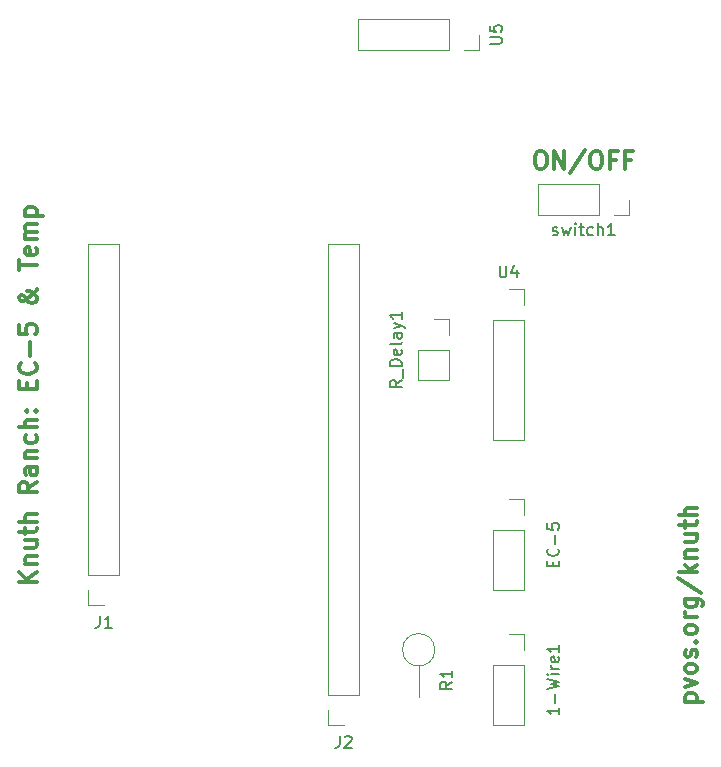
<source format=gbr>
G04 #@! TF.GenerationSoftware,KiCad,Pcbnew,5.0.2-bee76a0~70~ubuntu18.04.1*
G04 #@! TF.CreationDate,2019-07-25T22:31:23-04:00*
G04 #@! TF.ProjectId,knuth-gateway,6b6e7574-682d-4676-9174-657761792e6b,rev?*
G04 #@! TF.SameCoordinates,Original*
G04 #@! TF.FileFunction,Legend,Top*
G04 #@! TF.FilePolarity,Positive*
%FSLAX46Y46*%
G04 Gerber Fmt 4.6, Leading zero omitted, Abs format (unit mm)*
G04 Created by KiCad (PCBNEW 5.0.2-bee76a0~70~ubuntu18.04.1) date Thu 25 Jul 2019 10:31:23 PM EDT*
%MOMM*%
%LPD*%
G01*
G04 APERTURE LIST*
%ADD10C,0.300000*%
%ADD11C,0.120000*%
%ADD12C,0.150000*%
G04 APERTURE END LIST*
D10*
X255294285Y-65726571D02*
X255580000Y-65726571D01*
X255722857Y-65798000D01*
X255865714Y-65940857D01*
X255937142Y-66226571D01*
X255937142Y-66726571D01*
X255865714Y-67012285D01*
X255722857Y-67155142D01*
X255580000Y-67226571D01*
X255294285Y-67226571D01*
X255151428Y-67155142D01*
X255008571Y-67012285D01*
X254937142Y-66726571D01*
X254937142Y-66226571D01*
X255008571Y-65940857D01*
X255151428Y-65798000D01*
X255294285Y-65726571D01*
X256580000Y-67226571D02*
X256580000Y-65726571D01*
X257437142Y-67226571D01*
X257437142Y-65726571D01*
X259222857Y-65655142D02*
X257937142Y-67583714D01*
X260008571Y-65726571D02*
X260294285Y-65726571D01*
X260437142Y-65798000D01*
X260580000Y-65940857D01*
X260651428Y-66226571D01*
X260651428Y-66726571D01*
X260580000Y-67012285D01*
X260437142Y-67155142D01*
X260294285Y-67226571D01*
X260008571Y-67226571D01*
X259865714Y-67155142D01*
X259722857Y-67012285D01*
X259651428Y-66726571D01*
X259651428Y-66226571D01*
X259722857Y-65940857D01*
X259865714Y-65798000D01*
X260008571Y-65726571D01*
X261794285Y-66440857D02*
X261294285Y-66440857D01*
X261294285Y-67226571D02*
X261294285Y-65726571D01*
X262008571Y-65726571D01*
X263080000Y-66440857D02*
X262580000Y-66440857D01*
X262580000Y-67226571D02*
X262580000Y-65726571D01*
X263294285Y-65726571D01*
X267648571Y-112354285D02*
X269148571Y-112354285D01*
X267720000Y-112354285D02*
X267648571Y-112211428D01*
X267648571Y-111925714D01*
X267720000Y-111782857D01*
X267791428Y-111711428D01*
X267934285Y-111640000D01*
X268362857Y-111640000D01*
X268505714Y-111711428D01*
X268577142Y-111782857D01*
X268648571Y-111925714D01*
X268648571Y-112211428D01*
X268577142Y-112354285D01*
X267648571Y-111140000D02*
X268648571Y-110782857D01*
X267648571Y-110425714D01*
X268648571Y-109640000D02*
X268577142Y-109782857D01*
X268505714Y-109854285D01*
X268362857Y-109925714D01*
X267934285Y-109925714D01*
X267791428Y-109854285D01*
X267720000Y-109782857D01*
X267648571Y-109640000D01*
X267648571Y-109425714D01*
X267720000Y-109282857D01*
X267791428Y-109211428D01*
X267934285Y-109140000D01*
X268362857Y-109140000D01*
X268505714Y-109211428D01*
X268577142Y-109282857D01*
X268648571Y-109425714D01*
X268648571Y-109640000D01*
X268577142Y-108568571D02*
X268648571Y-108425714D01*
X268648571Y-108140000D01*
X268577142Y-107997142D01*
X268434285Y-107925714D01*
X268362857Y-107925714D01*
X268220000Y-107997142D01*
X268148571Y-108140000D01*
X268148571Y-108354285D01*
X268077142Y-108497142D01*
X267934285Y-108568571D01*
X267862857Y-108568571D01*
X267720000Y-108497142D01*
X267648571Y-108354285D01*
X267648571Y-108140000D01*
X267720000Y-107997142D01*
X268505714Y-107282857D02*
X268577142Y-107211428D01*
X268648571Y-107282857D01*
X268577142Y-107354285D01*
X268505714Y-107282857D01*
X268648571Y-107282857D01*
X268648571Y-106354285D02*
X268577142Y-106497142D01*
X268505714Y-106568571D01*
X268362857Y-106640000D01*
X267934285Y-106640000D01*
X267791428Y-106568571D01*
X267720000Y-106497142D01*
X267648571Y-106354285D01*
X267648571Y-106140000D01*
X267720000Y-105997142D01*
X267791428Y-105925714D01*
X267934285Y-105854285D01*
X268362857Y-105854285D01*
X268505714Y-105925714D01*
X268577142Y-105997142D01*
X268648571Y-106140000D01*
X268648571Y-106354285D01*
X268648571Y-105211428D02*
X267648571Y-105211428D01*
X267934285Y-105211428D02*
X267791428Y-105140000D01*
X267720000Y-105068571D01*
X267648571Y-104925714D01*
X267648571Y-104782857D01*
X267648571Y-103640000D02*
X268862857Y-103640000D01*
X269005714Y-103711428D01*
X269077142Y-103782857D01*
X269148571Y-103925714D01*
X269148571Y-104140000D01*
X269077142Y-104282857D01*
X268577142Y-103640000D02*
X268648571Y-103782857D01*
X268648571Y-104068571D01*
X268577142Y-104211428D01*
X268505714Y-104282857D01*
X268362857Y-104354285D01*
X267934285Y-104354285D01*
X267791428Y-104282857D01*
X267720000Y-104211428D01*
X267648571Y-104068571D01*
X267648571Y-103782857D01*
X267720000Y-103640000D01*
X267077142Y-101854285D02*
X269005714Y-103140000D01*
X268648571Y-101354285D02*
X267148571Y-101354285D01*
X268077142Y-101211428D02*
X268648571Y-100782857D01*
X267648571Y-100782857D02*
X268220000Y-101354285D01*
X267648571Y-100140000D02*
X268648571Y-100140000D01*
X267791428Y-100140000D02*
X267720000Y-100068571D01*
X267648571Y-99925714D01*
X267648571Y-99711428D01*
X267720000Y-99568571D01*
X267862857Y-99497142D01*
X268648571Y-99497142D01*
X267648571Y-98140000D02*
X268648571Y-98140000D01*
X267648571Y-98782857D02*
X268434285Y-98782857D01*
X268577142Y-98711428D01*
X268648571Y-98568571D01*
X268648571Y-98354285D01*
X268577142Y-98211428D01*
X268505714Y-98140000D01*
X267648571Y-97640000D02*
X267648571Y-97068571D01*
X267148571Y-97425714D02*
X268434285Y-97425714D01*
X268577142Y-97354285D01*
X268648571Y-97211428D01*
X268648571Y-97068571D01*
X268648571Y-96568571D02*
X267148571Y-96568571D01*
X268648571Y-95925714D02*
X267862857Y-95925714D01*
X267720000Y-95997142D01*
X267648571Y-96140000D01*
X267648571Y-96354285D01*
X267720000Y-96497142D01*
X267791428Y-96568571D01*
X212768571Y-102181428D02*
X211268571Y-102181428D01*
X212768571Y-101324285D02*
X211911428Y-101967142D01*
X211268571Y-101324285D02*
X212125714Y-102181428D01*
X211768571Y-100681428D02*
X212768571Y-100681428D01*
X211911428Y-100681428D02*
X211840000Y-100610000D01*
X211768571Y-100467142D01*
X211768571Y-100252857D01*
X211840000Y-100110000D01*
X211982857Y-100038571D01*
X212768571Y-100038571D01*
X211768571Y-98681428D02*
X212768571Y-98681428D01*
X211768571Y-99324285D02*
X212554285Y-99324285D01*
X212697142Y-99252857D01*
X212768571Y-99110000D01*
X212768571Y-98895714D01*
X212697142Y-98752857D01*
X212625714Y-98681428D01*
X211768571Y-98181428D02*
X211768571Y-97610000D01*
X211268571Y-97967142D02*
X212554285Y-97967142D01*
X212697142Y-97895714D01*
X212768571Y-97752857D01*
X212768571Y-97610000D01*
X212768571Y-97110000D02*
X211268571Y-97110000D01*
X212768571Y-96467142D02*
X211982857Y-96467142D01*
X211840000Y-96538571D01*
X211768571Y-96681428D01*
X211768571Y-96895714D01*
X211840000Y-97038571D01*
X211911428Y-97110000D01*
X212768571Y-93752857D02*
X212054285Y-94252857D01*
X212768571Y-94610000D02*
X211268571Y-94610000D01*
X211268571Y-94038571D01*
X211340000Y-93895714D01*
X211411428Y-93824285D01*
X211554285Y-93752857D01*
X211768571Y-93752857D01*
X211911428Y-93824285D01*
X211982857Y-93895714D01*
X212054285Y-94038571D01*
X212054285Y-94610000D01*
X212768571Y-92467142D02*
X211982857Y-92467142D01*
X211840000Y-92538571D01*
X211768571Y-92681428D01*
X211768571Y-92967142D01*
X211840000Y-93110000D01*
X212697142Y-92467142D02*
X212768571Y-92610000D01*
X212768571Y-92967142D01*
X212697142Y-93110000D01*
X212554285Y-93181428D01*
X212411428Y-93181428D01*
X212268571Y-93110000D01*
X212197142Y-92967142D01*
X212197142Y-92610000D01*
X212125714Y-92467142D01*
X211768571Y-91752857D02*
X212768571Y-91752857D01*
X211911428Y-91752857D02*
X211840000Y-91681428D01*
X211768571Y-91538571D01*
X211768571Y-91324285D01*
X211840000Y-91181428D01*
X211982857Y-91110000D01*
X212768571Y-91110000D01*
X212697142Y-89752857D02*
X212768571Y-89895714D01*
X212768571Y-90181428D01*
X212697142Y-90324285D01*
X212625714Y-90395714D01*
X212482857Y-90467142D01*
X212054285Y-90467142D01*
X211911428Y-90395714D01*
X211840000Y-90324285D01*
X211768571Y-90181428D01*
X211768571Y-89895714D01*
X211840000Y-89752857D01*
X212768571Y-89110000D02*
X211268571Y-89110000D01*
X212768571Y-88467142D02*
X211982857Y-88467142D01*
X211840000Y-88538571D01*
X211768571Y-88681428D01*
X211768571Y-88895714D01*
X211840000Y-89038571D01*
X211911428Y-89110000D01*
X212625714Y-87752857D02*
X212697142Y-87681428D01*
X212768571Y-87752857D01*
X212697142Y-87824285D01*
X212625714Y-87752857D01*
X212768571Y-87752857D01*
X211840000Y-87752857D02*
X211911428Y-87681428D01*
X211982857Y-87752857D01*
X211911428Y-87824285D01*
X211840000Y-87752857D01*
X211982857Y-87752857D01*
X211982857Y-85895714D02*
X211982857Y-85395714D01*
X212768571Y-85181428D02*
X212768571Y-85895714D01*
X211268571Y-85895714D01*
X211268571Y-85181428D01*
X212625714Y-83681428D02*
X212697142Y-83752857D01*
X212768571Y-83967142D01*
X212768571Y-84110000D01*
X212697142Y-84324285D01*
X212554285Y-84467142D01*
X212411428Y-84538571D01*
X212125714Y-84610000D01*
X211911428Y-84610000D01*
X211625714Y-84538571D01*
X211482857Y-84467142D01*
X211340000Y-84324285D01*
X211268571Y-84110000D01*
X211268571Y-83967142D01*
X211340000Y-83752857D01*
X211411428Y-83681428D01*
X212197142Y-83038571D02*
X212197142Y-81895714D01*
X211268571Y-80467142D02*
X211268571Y-81181428D01*
X211982857Y-81252857D01*
X211911428Y-81181428D01*
X211840000Y-81038571D01*
X211840000Y-80681428D01*
X211911428Y-80538571D01*
X211982857Y-80467142D01*
X212125714Y-80395714D01*
X212482857Y-80395714D01*
X212625714Y-80467142D01*
X212697142Y-80538571D01*
X212768571Y-80681428D01*
X212768571Y-81038571D01*
X212697142Y-81181428D01*
X212625714Y-81252857D01*
X212768571Y-77395714D02*
X212768571Y-77467142D01*
X212697142Y-77610000D01*
X212482857Y-77824285D01*
X212054285Y-78181428D01*
X211840000Y-78324285D01*
X211625714Y-78395714D01*
X211482857Y-78395714D01*
X211340000Y-78324285D01*
X211268571Y-78181428D01*
X211268571Y-78110000D01*
X211340000Y-77967142D01*
X211482857Y-77895714D01*
X211554285Y-77895714D01*
X211697142Y-77967142D01*
X211768571Y-78038571D01*
X212054285Y-78467142D01*
X212125714Y-78538571D01*
X212268571Y-78610000D01*
X212482857Y-78610000D01*
X212625714Y-78538571D01*
X212697142Y-78467142D01*
X212768571Y-78324285D01*
X212768571Y-78110000D01*
X212697142Y-77967142D01*
X212625714Y-77895714D01*
X212340000Y-77681428D01*
X212125714Y-77610000D01*
X211982857Y-77610000D01*
X211268571Y-75824285D02*
X211268571Y-74967142D01*
X212768571Y-75395714D02*
X211268571Y-75395714D01*
X212697142Y-73895714D02*
X212768571Y-74038571D01*
X212768571Y-74324285D01*
X212697142Y-74467142D01*
X212554285Y-74538571D01*
X211982857Y-74538571D01*
X211840000Y-74467142D01*
X211768571Y-74324285D01*
X211768571Y-74038571D01*
X211840000Y-73895714D01*
X211982857Y-73824285D01*
X212125714Y-73824285D01*
X212268571Y-74538571D01*
X212768571Y-73181428D02*
X211768571Y-73181428D01*
X211911428Y-73181428D02*
X211840000Y-73110000D01*
X211768571Y-72967142D01*
X211768571Y-72752857D01*
X211840000Y-72610000D01*
X211982857Y-72538571D01*
X212768571Y-72538571D01*
X211982857Y-72538571D02*
X211840000Y-72467142D01*
X211768571Y-72324285D01*
X211768571Y-72110000D01*
X211840000Y-71967142D01*
X211982857Y-71895714D01*
X212768571Y-71895714D01*
X211768571Y-71181428D02*
X213268571Y-71181428D01*
X211840000Y-71181428D02*
X211768571Y-71038571D01*
X211768571Y-70752857D01*
X211840000Y-70610000D01*
X211911428Y-70538571D01*
X212054285Y-70467142D01*
X212482857Y-70467142D01*
X212625714Y-70538571D01*
X212697142Y-70610000D01*
X212768571Y-70752857D01*
X212768571Y-71038571D01*
X212697142Y-71181428D01*
D11*
G04 #@! TO.C,R_Delay1*
X245050000Y-82550000D02*
X247710000Y-82550000D01*
X245050000Y-82550000D02*
X245050000Y-85150000D01*
X245050000Y-85150000D02*
X247710000Y-85150000D01*
X247710000Y-82550000D02*
X247710000Y-85150000D01*
X247710000Y-79950000D02*
X247710000Y-81280000D01*
X246380000Y-79950000D02*
X247710000Y-79950000D01*
G04 #@! TO.C,U4*
X251400000Y-80010000D02*
X254060000Y-80010000D01*
X251400000Y-80010000D02*
X251400000Y-90230000D01*
X251400000Y-90230000D02*
X254060000Y-90230000D01*
X254060000Y-80010000D02*
X254060000Y-90230000D01*
X254060000Y-77410000D02*
X254060000Y-78740000D01*
X252730000Y-77410000D02*
X254060000Y-77410000D01*
G04 #@! TO.C,U5*
X247650000Y-54550000D02*
X247650000Y-57210000D01*
X247650000Y-54550000D02*
X239970000Y-54550000D01*
X239970000Y-54550000D02*
X239970000Y-57210000D01*
X247650000Y-57210000D02*
X239970000Y-57210000D01*
X250250000Y-57210000D02*
X248920000Y-57210000D01*
X250250000Y-55880000D02*
X250250000Y-57210000D01*
G04 #@! TO.C,1-Wire1*
X252730000Y-106620000D02*
X254060000Y-106620000D01*
X254060000Y-106620000D02*
X254060000Y-107950000D01*
X254060000Y-109220000D02*
X254060000Y-114360000D01*
X251400000Y-114360000D02*
X254060000Y-114360000D01*
X251400000Y-109220000D02*
X251400000Y-114360000D01*
X251400000Y-109220000D02*
X254060000Y-109220000D01*
G04 #@! TO.C,EC-5*
X251400000Y-97790000D02*
X254060000Y-97790000D01*
X251400000Y-97790000D02*
X251400000Y-102930000D01*
X251400000Y-102930000D02*
X254060000Y-102930000D01*
X254060000Y-97790000D02*
X254060000Y-102930000D01*
X254060000Y-95190000D02*
X254060000Y-96520000D01*
X252730000Y-95190000D02*
X254060000Y-95190000D01*
G04 #@! TO.C,J1*
X219770000Y-101600000D02*
X217110000Y-101600000D01*
X219770000Y-101600000D02*
X219770000Y-73600000D01*
X219770000Y-73600000D02*
X217110000Y-73600000D01*
X217110000Y-101600000D02*
X217110000Y-73600000D01*
X217110000Y-104200000D02*
X217110000Y-102870000D01*
X218440000Y-104200000D02*
X217110000Y-104200000D01*
G04 #@! TO.C,J2*
X240090000Y-111760000D02*
X237430000Y-111760000D01*
X240090000Y-111760000D02*
X240090000Y-73600000D01*
X240090000Y-73600000D02*
X237430000Y-73600000D01*
X237430000Y-111760000D02*
X237430000Y-73600000D01*
X237430000Y-114360000D02*
X237430000Y-113030000D01*
X238760000Y-114360000D02*
X237430000Y-114360000D01*
G04 #@! TO.C,switch1*
X260350000Y-68520000D02*
X260350000Y-71180000D01*
X260350000Y-68520000D02*
X255210000Y-68520000D01*
X255210000Y-68520000D02*
X255210000Y-71180000D01*
X260350000Y-71180000D02*
X255210000Y-71180000D01*
X262950000Y-71180000D02*
X261620000Y-71180000D01*
X262950000Y-69850000D02*
X262950000Y-71180000D01*
G04 #@! TO.C,R1*
X246480000Y-107950000D02*
G75*
G03X246480000Y-107950000I-1370000J0D01*
G01*
X245110000Y-109320000D02*
X245110000Y-111930000D01*
G04 #@! TO.C,R_Delay1*
D12*
X243657380Y-85121428D02*
X243181190Y-85454761D01*
X243657380Y-85692857D02*
X242657380Y-85692857D01*
X242657380Y-85311904D01*
X242705000Y-85216666D01*
X242752619Y-85169047D01*
X242847857Y-85121428D01*
X242990714Y-85121428D01*
X243085952Y-85169047D01*
X243133571Y-85216666D01*
X243181190Y-85311904D01*
X243181190Y-85692857D01*
X243752619Y-84930952D02*
X243752619Y-84169047D01*
X243657380Y-83930952D02*
X242657380Y-83930952D01*
X242657380Y-83692857D01*
X242705000Y-83550000D01*
X242800238Y-83454761D01*
X242895476Y-83407142D01*
X243085952Y-83359523D01*
X243228809Y-83359523D01*
X243419285Y-83407142D01*
X243514523Y-83454761D01*
X243609761Y-83550000D01*
X243657380Y-83692857D01*
X243657380Y-83930952D01*
X243609761Y-82550000D02*
X243657380Y-82645238D01*
X243657380Y-82835714D01*
X243609761Y-82930952D01*
X243514523Y-82978571D01*
X243133571Y-82978571D01*
X243038333Y-82930952D01*
X242990714Y-82835714D01*
X242990714Y-82645238D01*
X243038333Y-82550000D01*
X243133571Y-82502380D01*
X243228809Y-82502380D01*
X243324047Y-82978571D01*
X243657380Y-81930952D02*
X243609761Y-82026190D01*
X243514523Y-82073809D01*
X242657380Y-82073809D01*
X243657380Y-81121428D02*
X243133571Y-81121428D01*
X243038333Y-81169047D01*
X242990714Y-81264285D01*
X242990714Y-81454761D01*
X243038333Y-81550000D01*
X243609761Y-81121428D02*
X243657380Y-81216666D01*
X243657380Y-81454761D01*
X243609761Y-81550000D01*
X243514523Y-81597619D01*
X243419285Y-81597619D01*
X243324047Y-81550000D01*
X243276428Y-81454761D01*
X243276428Y-81216666D01*
X243228809Y-81121428D01*
X242990714Y-80740476D02*
X243657380Y-80502380D01*
X242990714Y-80264285D02*
X243657380Y-80502380D01*
X243895476Y-80597619D01*
X243943095Y-80645238D01*
X243990714Y-80740476D01*
X243657380Y-79359523D02*
X243657380Y-79930952D01*
X243657380Y-79645238D02*
X242657380Y-79645238D01*
X242800238Y-79740476D01*
X242895476Y-79835714D01*
X242943095Y-79930952D01*
G04 #@! TO.C,U4*
X251968095Y-75422380D02*
X251968095Y-76231904D01*
X252015714Y-76327142D01*
X252063333Y-76374761D01*
X252158571Y-76422380D01*
X252349047Y-76422380D01*
X252444285Y-76374761D01*
X252491904Y-76327142D01*
X252539523Y-76231904D01*
X252539523Y-75422380D01*
X253444285Y-75755714D02*
X253444285Y-76422380D01*
X253206190Y-75374761D02*
X252968095Y-76089047D01*
X253587142Y-76089047D01*
G04 #@! TO.C,U5*
X251142380Y-56641904D02*
X251951904Y-56641904D01*
X252047142Y-56594285D01*
X252094761Y-56546666D01*
X252142380Y-56451428D01*
X252142380Y-56260952D01*
X252094761Y-56165714D01*
X252047142Y-56118095D01*
X251951904Y-56070476D01*
X251142380Y-56070476D01*
X251142380Y-55118095D02*
X251142380Y-55594285D01*
X251618571Y-55641904D01*
X251570952Y-55594285D01*
X251523333Y-55499047D01*
X251523333Y-55260952D01*
X251570952Y-55165714D01*
X251618571Y-55118095D01*
X251713809Y-55070476D01*
X251951904Y-55070476D01*
X252047142Y-55118095D01*
X252094761Y-55165714D01*
X252142380Y-55260952D01*
X252142380Y-55499047D01*
X252094761Y-55594285D01*
X252047142Y-55641904D01*
G04 #@! TO.C,1-Wire1*
X256992380Y-112847142D02*
X256992380Y-113418571D01*
X256992380Y-113132857D02*
X255992380Y-113132857D01*
X256135238Y-113228095D01*
X256230476Y-113323333D01*
X256278095Y-113418571D01*
X256611428Y-112418571D02*
X256611428Y-111656666D01*
X255992380Y-111275714D02*
X256992380Y-111037619D01*
X256278095Y-110847142D01*
X256992380Y-110656666D01*
X255992380Y-110418571D01*
X256992380Y-110037619D02*
X256325714Y-110037619D01*
X255992380Y-110037619D02*
X256040000Y-110085238D01*
X256087619Y-110037619D01*
X256040000Y-109990000D01*
X255992380Y-110037619D01*
X256087619Y-110037619D01*
X256992380Y-109561428D02*
X256325714Y-109561428D01*
X256516190Y-109561428D02*
X256420952Y-109513809D01*
X256373333Y-109466190D01*
X256325714Y-109370952D01*
X256325714Y-109275714D01*
X256944761Y-108561428D02*
X256992380Y-108656666D01*
X256992380Y-108847142D01*
X256944761Y-108942380D01*
X256849523Y-108990000D01*
X256468571Y-108990000D01*
X256373333Y-108942380D01*
X256325714Y-108847142D01*
X256325714Y-108656666D01*
X256373333Y-108561428D01*
X256468571Y-108513809D01*
X256563809Y-108513809D01*
X256659047Y-108990000D01*
X256992380Y-107561428D02*
X256992380Y-108132857D01*
X256992380Y-107847142D02*
X255992380Y-107847142D01*
X256135238Y-107942380D01*
X256230476Y-108037619D01*
X256278095Y-108132857D01*
G04 #@! TO.C,EC-5*
X256468571Y-100869523D02*
X256468571Y-100536190D01*
X256992380Y-100393333D02*
X256992380Y-100869523D01*
X255992380Y-100869523D01*
X255992380Y-100393333D01*
X256897142Y-99393333D02*
X256944761Y-99440952D01*
X256992380Y-99583809D01*
X256992380Y-99679047D01*
X256944761Y-99821904D01*
X256849523Y-99917142D01*
X256754285Y-99964761D01*
X256563809Y-100012380D01*
X256420952Y-100012380D01*
X256230476Y-99964761D01*
X256135238Y-99917142D01*
X256040000Y-99821904D01*
X255992380Y-99679047D01*
X255992380Y-99583809D01*
X256040000Y-99440952D01*
X256087619Y-99393333D01*
X256611428Y-98964761D02*
X256611428Y-98202857D01*
X255992380Y-97250476D02*
X255992380Y-97726666D01*
X256468571Y-97774285D01*
X256420952Y-97726666D01*
X256373333Y-97631428D01*
X256373333Y-97393333D01*
X256420952Y-97298095D01*
X256468571Y-97250476D01*
X256563809Y-97202857D01*
X256801904Y-97202857D01*
X256897142Y-97250476D01*
X256944761Y-97298095D01*
X256992380Y-97393333D01*
X256992380Y-97631428D01*
X256944761Y-97726666D01*
X256897142Y-97774285D01*
G04 #@! TO.C,J1*
X218106666Y-105092380D02*
X218106666Y-105806666D01*
X218059047Y-105949523D01*
X217963809Y-106044761D01*
X217820952Y-106092380D01*
X217725714Y-106092380D01*
X219106666Y-106092380D02*
X218535238Y-106092380D01*
X218820952Y-106092380D02*
X218820952Y-105092380D01*
X218725714Y-105235238D01*
X218630476Y-105330476D01*
X218535238Y-105378095D01*
G04 #@! TO.C,J2*
X238426666Y-115252380D02*
X238426666Y-115966666D01*
X238379047Y-116109523D01*
X238283809Y-116204761D01*
X238140952Y-116252380D01*
X238045714Y-116252380D01*
X238855238Y-115347619D02*
X238902857Y-115300000D01*
X238998095Y-115252380D01*
X239236190Y-115252380D01*
X239331428Y-115300000D01*
X239379047Y-115347619D01*
X239426666Y-115442857D01*
X239426666Y-115538095D01*
X239379047Y-115680952D01*
X238807619Y-116252380D01*
X239426666Y-116252380D01*
G04 #@! TO.C,switch1*
X256460952Y-72794761D02*
X256556190Y-72842380D01*
X256746666Y-72842380D01*
X256841904Y-72794761D01*
X256889523Y-72699523D01*
X256889523Y-72651904D01*
X256841904Y-72556666D01*
X256746666Y-72509047D01*
X256603809Y-72509047D01*
X256508571Y-72461428D01*
X256460952Y-72366190D01*
X256460952Y-72318571D01*
X256508571Y-72223333D01*
X256603809Y-72175714D01*
X256746666Y-72175714D01*
X256841904Y-72223333D01*
X257222857Y-72175714D02*
X257413333Y-72842380D01*
X257603809Y-72366190D01*
X257794285Y-72842380D01*
X257984761Y-72175714D01*
X258365714Y-72842380D02*
X258365714Y-72175714D01*
X258365714Y-71842380D02*
X258318095Y-71890000D01*
X258365714Y-71937619D01*
X258413333Y-71890000D01*
X258365714Y-71842380D01*
X258365714Y-71937619D01*
X258699047Y-72175714D02*
X259080000Y-72175714D01*
X258841904Y-71842380D02*
X258841904Y-72699523D01*
X258889523Y-72794761D01*
X258984761Y-72842380D01*
X259080000Y-72842380D01*
X259841904Y-72794761D02*
X259746666Y-72842380D01*
X259556190Y-72842380D01*
X259460952Y-72794761D01*
X259413333Y-72747142D01*
X259365714Y-72651904D01*
X259365714Y-72366190D01*
X259413333Y-72270952D01*
X259460952Y-72223333D01*
X259556190Y-72175714D01*
X259746666Y-72175714D01*
X259841904Y-72223333D01*
X260270476Y-72842380D02*
X260270476Y-71842380D01*
X260699047Y-72842380D02*
X260699047Y-72318571D01*
X260651428Y-72223333D01*
X260556190Y-72175714D01*
X260413333Y-72175714D01*
X260318095Y-72223333D01*
X260270476Y-72270952D01*
X261699047Y-72842380D02*
X261127619Y-72842380D01*
X261413333Y-72842380D02*
X261413333Y-71842380D01*
X261318095Y-71985238D01*
X261222857Y-72080476D01*
X261127619Y-72128095D01*
G04 #@! TO.C,R1*
X247932380Y-110656666D02*
X247456190Y-110990000D01*
X247932380Y-111228095D02*
X246932380Y-111228095D01*
X246932380Y-110847142D01*
X246980000Y-110751904D01*
X247027619Y-110704285D01*
X247122857Y-110656666D01*
X247265714Y-110656666D01*
X247360952Y-110704285D01*
X247408571Y-110751904D01*
X247456190Y-110847142D01*
X247456190Y-111228095D01*
X247932380Y-109704285D02*
X247932380Y-110275714D01*
X247932380Y-109990000D02*
X246932380Y-109990000D01*
X247075238Y-110085238D01*
X247170476Y-110180476D01*
X247218095Y-110275714D01*
G04 #@! TD*
M02*

</source>
